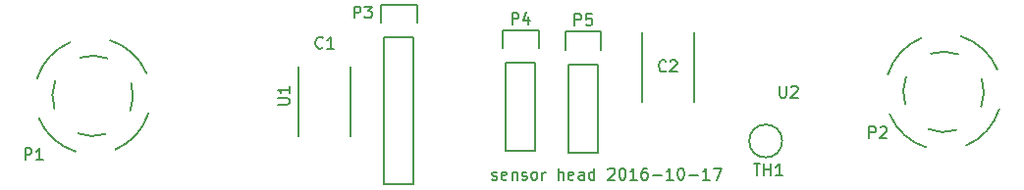
<source format=gbr>
G04 #@! TF.FileFunction,Legend,Top*
%FSLAX46Y46*%
G04 Gerber Fmt 4.6, Leading zero omitted, Abs format (unit mm)*
G04 Created by KiCad (PCBNEW 4.0.4-stable) date Monday, October 17, 2016 'PMt' 10:33:17 PM*
%MOMM*%
%LPD*%
G01*
G04 APERTURE LIST*
%ADD10C,0.100000*%
%ADD11C,0.200000*%
%ADD12C,0.150000*%
%ADD13C,1.797000*%
%ADD14R,1.800000X1.800000*%
%ADD15C,1.800000*%
%ADD16R,2.432000X2.127200*%
%ADD17O,2.432000X2.127200*%
%ADD18R,3.050000X1.300000*%
%ADD19R,3.600000X1.300000*%
%ADD20C,6.560000*%
G04 APERTURE END LIST*
D10*
D11*
X127442856Y-128204762D02*
X127538094Y-128252381D01*
X127728570Y-128252381D01*
X127823809Y-128204762D01*
X127871428Y-128109524D01*
X127871428Y-128061905D01*
X127823809Y-127966667D01*
X127728570Y-127919048D01*
X127585713Y-127919048D01*
X127490475Y-127871429D01*
X127442856Y-127776190D01*
X127442856Y-127728571D01*
X127490475Y-127633333D01*
X127585713Y-127585714D01*
X127728570Y-127585714D01*
X127823809Y-127633333D01*
X128680952Y-128204762D02*
X128585714Y-128252381D01*
X128395237Y-128252381D01*
X128299999Y-128204762D01*
X128252380Y-128109524D01*
X128252380Y-127728571D01*
X128299999Y-127633333D01*
X128395237Y-127585714D01*
X128585714Y-127585714D01*
X128680952Y-127633333D01*
X128728571Y-127728571D01*
X128728571Y-127823810D01*
X128252380Y-127919048D01*
X129157142Y-127585714D02*
X129157142Y-128252381D01*
X129157142Y-127680952D02*
X129204761Y-127633333D01*
X129299999Y-127585714D01*
X129442857Y-127585714D01*
X129538095Y-127633333D01*
X129585714Y-127728571D01*
X129585714Y-128252381D01*
X130014285Y-128204762D02*
X130109523Y-128252381D01*
X130299999Y-128252381D01*
X130395238Y-128204762D01*
X130442857Y-128109524D01*
X130442857Y-128061905D01*
X130395238Y-127966667D01*
X130299999Y-127919048D01*
X130157142Y-127919048D01*
X130061904Y-127871429D01*
X130014285Y-127776190D01*
X130014285Y-127728571D01*
X130061904Y-127633333D01*
X130157142Y-127585714D01*
X130299999Y-127585714D01*
X130395238Y-127633333D01*
X131014285Y-128252381D02*
X130919047Y-128204762D01*
X130871428Y-128157143D01*
X130823809Y-128061905D01*
X130823809Y-127776190D01*
X130871428Y-127680952D01*
X130919047Y-127633333D01*
X131014285Y-127585714D01*
X131157143Y-127585714D01*
X131252381Y-127633333D01*
X131300000Y-127680952D01*
X131347619Y-127776190D01*
X131347619Y-128061905D01*
X131300000Y-128157143D01*
X131252381Y-128204762D01*
X131157143Y-128252381D01*
X131014285Y-128252381D01*
X131776190Y-128252381D02*
X131776190Y-127585714D01*
X131776190Y-127776190D02*
X131823809Y-127680952D01*
X131871428Y-127633333D01*
X131966666Y-127585714D01*
X132061905Y-127585714D01*
X133157143Y-128252381D02*
X133157143Y-127252381D01*
X133585715Y-128252381D02*
X133585715Y-127728571D01*
X133538096Y-127633333D01*
X133442858Y-127585714D01*
X133300000Y-127585714D01*
X133204762Y-127633333D01*
X133157143Y-127680952D01*
X134442858Y-128204762D02*
X134347620Y-128252381D01*
X134157143Y-128252381D01*
X134061905Y-128204762D01*
X134014286Y-128109524D01*
X134014286Y-127728571D01*
X134061905Y-127633333D01*
X134157143Y-127585714D01*
X134347620Y-127585714D01*
X134442858Y-127633333D01*
X134490477Y-127728571D01*
X134490477Y-127823810D01*
X134014286Y-127919048D01*
X135347620Y-128252381D02*
X135347620Y-127728571D01*
X135300001Y-127633333D01*
X135204763Y-127585714D01*
X135014286Y-127585714D01*
X134919048Y-127633333D01*
X135347620Y-128204762D02*
X135252382Y-128252381D01*
X135014286Y-128252381D01*
X134919048Y-128204762D01*
X134871429Y-128109524D01*
X134871429Y-128014286D01*
X134919048Y-127919048D01*
X135014286Y-127871429D01*
X135252382Y-127871429D01*
X135347620Y-127823810D01*
X136252382Y-128252381D02*
X136252382Y-127252381D01*
X136252382Y-128204762D02*
X136157144Y-128252381D01*
X135966667Y-128252381D01*
X135871429Y-128204762D01*
X135823810Y-128157143D01*
X135776191Y-128061905D01*
X135776191Y-127776190D01*
X135823810Y-127680952D01*
X135871429Y-127633333D01*
X135966667Y-127585714D01*
X136157144Y-127585714D01*
X136252382Y-127633333D01*
X137442858Y-127347619D02*
X137490477Y-127300000D01*
X137585715Y-127252381D01*
X137823811Y-127252381D01*
X137919049Y-127300000D01*
X137966668Y-127347619D01*
X138014287Y-127442857D01*
X138014287Y-127538095D01*
X137966668Y-127680952D01*
X137395239Y-128252381D01*
X138014287Y-128252381D01*
X138633334Y-127252381D02*
X138728573Y-127252381D01*
X138823811Y-127300000D01*
X138871430Y-127347619D01*
X138919049Y-127442857D01*
X138966668Y-127633333D01*
X138966668Y-127871429D01*
X138919049Y-128061905D01*
X138871430Y-128157143D01*
X138823811Y-128204762D01*
X138728573Y-128252381D01*
X138633334Y-128252381D01*
X138538096Y-128204762D01*
X138490477Y-128157143D01*
X138442858Y-128061905D01*
X138395239Y-127871429D01*
X138395239Y-127633333D01*
X138442858Y-127442857D01*
X138490477Y-127347619D01*
X138538096Y-127300000D01*
X138633334Y-127252381D01*
X139919049Y-128252381D02*
X139347620Y-128252381D01*
X139633334Y-128252381D02*
X139633334Y-127252381D01*
X139538096Y-127395238D01*
X139442858Y-127490476D01*
X139347620Y-127538095D01*
X140776192Y-127252381D02*
X140585715Y-127252381D01*
X140490477Y-127300000D01*
X140442858Y-127347619D01*
X140347620Y-127490476D01*
X140300001Y-127680952D01*
X140300001Y-128061905D01*
X140347620Y-128157143D01*
X140395239Y-128204762D01*
X140490477Y-128252381D01*
X140680954Y-128252381D01*
X140776192Y-128204762D01*
X140823811Y-128157143D01*
X140871430Y-128061905D01*
X140871430Y-127823810D01*
X140823811Y-127728571D01*
X140776192Y-127680952D01*
X140680954Y-127633333D01*
X140490477Y-127633333D01*
X140395239Y-127680952D01*
X140347620Y-127728571D01*
X140300001Y-127823810D01*
X141300001Y-127871429D02*
X142061906Y-127871429D01*
X143061906Y-128252381D02*
X142490477Y-128252381D01*
X142776191Y-128252381D02*
X142776191Y-127252381D01*
X142680953Y-127395238D01*
X142585715Y-127490476D01*
X142490477Y-127538095D01*
X143680953Y-127252381D02*
X143776192Y-127252381D01*
X143871430Y-127300000D01*
X143919049Y-127347619D01*
X143966668Y-127442857D01*
X144014287Y-127633333D01*
X144014287Y-127871429D01*
X143966668Y-128061905D01*
X143919049Y-128157143D01*
X143871430Y-128204762D01*
X143776192Y-128252381D01*
X143680953Y-128252381D01*
X143585715Y-128204762D01*
X143538096Y-128157143D01*
X143490477Y-128061905D01*
X143442858Y-127871429D01*
X143442858Y-127633333D01*
X143490477Y-127442857D01*
X143538096Y-127347619D01*
X143585715Y-127300000D01*
X143680953Y-127252381D01*
X144442858Y-127871429D02*
X145204763Y-127871429D01*
X146204763Y-128252381D02*
X145633334Y-128252381D01*
X145919048Y-128252381D02*
X145919048Y-127252381D01*
X145823810Y-127395238D01*
X145728572Y-127490476D01*
X145633334Y-127538095D01*
X146538096Y-127252381D02*
X147204763Y-127252381D01*
X146776191Y-128252381D01*
D12*
X152449903Y-124900000D02*
G75*
G03X152449903Y-124900000I-1419903J0D01*
G01*
X115250000Y-118500000D02*
X115250000Y-124500000D01*
X110750000Y-124500000D02*
X110750000Y-118500000D01*
X120670000Y-115970000D02*
X120670000Y-128670000D01*
X120670000Y-128670000D02*
X118130000Y-128670000D01*
X118130000Y-128670000D02*
X118130000Y-115970000D01*
X120950000Y-113150000D02*
X120950000Y-114700000D01*
X120670000Y-115970000D02*
X118130000Y-115970000D01*
X117850000Y-114700000D02*
X117850000Y-113150000D01*
X117850000Y-113150000D02*
X120950000Y-113150000D01*
X128630000Y-118170000D02*
X128630000Y-125790000D01*
X131170000Y-118170000D02*
X131170000Y-125790000D01*
X131450000Y-115350000D02*
X131450000Y-116900000D01*
X128630000Y-125790000D02*
X131170000Y-125790000D01*
X131170000Y-118170000D02*
X128630000Y-118170000D01*
X128350000Y-116900000D02*
X128350000Y-115350000D01*
X128350000Y-115350000D02*
X131450000Y-115350000D01*
X140350000Y-121500000D02*
X140350000Y-115500000D01*
X144850000Y-115500000D02*
X144850000Y-121500000D01*
X134030000Y-118270000D02*
X134030000Y-125890000D01*
X136570000Y-118270000D02*
X136570000Y-125890000D01*
X136850000Y-115450000D02*
X136850000Y-117000000D01*
X134030000Y-125890000D02*
X136570000Y-125890000D01*
X136570000Y-118270000D02*
X134030000Y-118270000D01*
X133750000Y-117000000D02*
X133750000Y-115450000D01*
X133750000Y-115450000D02*
X136850000Y-115450000D01*
X163134987Y-119371450D02*
G75*
G03X163070000Y-121750000I3235013J-1278550D01*
G01*
X169605013Y-121928550D02*
G75*
G03X169670000Y-119550000I-3235013J1278550D01*
G01*
X165091450Y-123885013D02*
G75*
G03X167470000Y-123950000I1278550J3235013D01*
G01*
X167648550Y-117414987D02*
G75*
G03X165270000Y-117350000I-1278550J-3235013D01*
G01*
X161728806Y-122586314D02*
G75*
G03X164870000Y-125450000I4641194J1936314D01*
G01*
X164433686Y-116008806D02*
G75*
G03X161570000Y-119150000I1936314J-4641194D01*
G01*
X168306314Y-125291194D02*
G75*
G03X171170000Y-122150000I-1936314J4641194D01*
G01*
X171011194Y-118713686D02*
G75*
G03X167870000Y-115850000I-4641194J-1936314D01*
G01*
X89764987Y-119721450D02*
G75*
G03X89700000Y-122100000I3235013J-1278550D01*
G01*
X96235013Y-122278550D02*
G75*
G03X96300000Y-119900000I-3235013J1278550D01*
G01*
X91721450Y-124235013D02*
G75*
G03X94100000Y-124300000I1278550J3235013D01*
G01*
X94278550Y-117764987D02*
G75*
G03X91900000Y-117700000I-1278550J-3235013D01*
G01*
X88358806Y-122936314D02*
G75*
G03X91500000Y-125800000I4641194J1936314D01*
G01*
X91063686Y-116358806D02*
G75*
G03X88200000Y-119500000I1936314J-4641194D01*
G01*
X94936314Y-125641194D02*
G75*
G03X97800000Y-122500000I-1936314J4641194D01*
G01*
X97641194Y-119063686D02*
G75*
G03X94500000Y-116200000I-4641194J-1936314D01*
G01*
X149998286Y-126892381D02*
X150569715Y-126892381D01*
X150284000Y-127892381D02*
X150284000Y-126892381D01*
X150903048Y-127892381D02*
X150903048Y-126892381D01*
X150903048Y-127368571D02*
X151474477Y-127368571D01*
X151474477Y-127892381D02*
X151474477Y-126892381D01*
X152474477Y-127892381D02*
X151903048Y-127892381D01*
X152188762Y-127892381D02*
X152188762Y-126892381D01*
X152093524Y-127035238D01*
X151998286Y-127130476D01*
X151903048Y-127178095D01*
X112833334Y-116817143D02*
X112785715Y-116864762D01*
X112642858Y-116912381D01*
X112547620Y-116912381D01*
X112404762Y-116864762D01*
X112309524Y-116769524D01*
X112261905Y-116674286D01*
X112214286Y-116483810D01*
X112214286Y-116340952D01*
X112261905Y-116150476D01*
X112309524Y-116055238D01*
X112404762Y-115960000D01*
X112547620Y-115912381D01*
X112642858Y-115912381D01*
X112785715Y-115960000D01*
X112833334Y-116007619D01*
X113785715Y-116912381D02*
X113214286Y-116912381D01*
X113500000Y-116912381D02*
X113500000Y-115912381D01*
X113404762Y-116055238D01*
X113309524Y-116150476D01*
X113214286Y-116198095D01*
X115543105Y-114269781D02*
X115543105Y-113269781D01*
X115924058Y-113269781D01*
X116019296Y-113317400D01*
X116066915Y-113365019D01*
X116114534Y-113460257D01*
X116114534Y-113603114D01*
X116066915Y-113698352D01*
X116019296Y-113745971D01*
X115924058Y-113793590D01*
X115543105Y-113793590D01*
X116447867Y-113269781D02*
X117066915Y-113269781D01*
X116733581Y-113650733D01*
X116876439Y-113650733D01*
X116971677Y-113698352D01*
X117019296Y-113745971D01*
X117066915Y-113841210D01*
X117066915Y-114079305D01*
X117019296Y-114174543D01*
X116971677Y-114222162D01*
X116876439Y-114269781D01*
X116590724Y-114269781D01*
X116495486Y-114222162D01*
X116447867Y-114174543D01*
X129161905Y-114812381D02*
X129161905Y-113812381D01*
X129542858Y-113812381D01*
X129638096Y-113860000D01*
X129685715Y-113907619D01*
X129733334Y-114002857D01*
X129733334Y-114145714D01*
X129685715Y-114240952D01*
X129638096Y-114288571D01*
X129542858Y-114336190D01*
X129161905Y-114336190D01*
X130590477Y-114145714D02*
X130590477Y-114812381D01*
X130352381Y-113764762D02*
X130114286Y-114479048D01*
X130733334Y-114479048D01*
X142433334Y-118817143D02*
X142385715Y-118864762D01*
X142242858Y-118912381D01*
X142147620Y-118912381D01*
X142004762Y-118864762D01*
X141909524Y-118769524D01*
X141861905Y-118674286D01*
X141814286Y-118483810D01*
X141814286Y-118340952D01*
X141861905Y-118150476D01*
X141909524Y-118055238D01*
X142004762Y-117960000D01*
X142147620Y-117912381D01*
X142242858Y-117912381D01*
X142385715Y-117960000D01*
X142433334Y-118007619D01*
X142814286Y-118007619D02*
X142861905Y-117960000D01*
X142957143Y-117912381D01*
X143195239Y-117912381D01*
X143290477Y-117960000D01*
X143338096Y-118007619D01*
X143385715Y-118102857D01*
X143385715Y-118198095D01*
X143338096Y-118340952D01*
X142766667Y-118912381D01*
X143385715Y-118912381D01*
X134561905Y-114912381D02*
X134561905Y-113912381D01*
X134942858Y-113912381D01*
X135038096Y-113960000D01*
X135085715Y-114007619D01*
X135133334Y-114102857D01*
X135133334Y-114245714D01*
X135085715Y-114340952D01*
X135038096Y-114388571D01*
X134942858Y-114436190D01*
X134561905Y-114436190D01*
X136038096Y-113912381D02*
X135561905Y-113912381D01*
X135514286Y-114388571D01*
X135561905Y-114340952D01*
X135657143Y-114293333D01*
X135895239Y-114293333D01*
X135990477Y-114340952D01*
X136038096Y-114388571D01*
X136085715Y-114483810D01*
X136085715Y-114721905D01*
X136038096Y-114817143D01*
X135990477Y-114864762D01*
X135895239Y-114912381D01*
X135657143Y-114912381D01*
X135561905Y-114864762D01*
X135514286Y-114817143D01*
X152238095Y-120152381D02*
X152238095Y-120961905D01*
X152285714Y-121057143D01*
X152333333Y-121104762D01*
X152428571Y-121152381D01*
X152619048Y-121152381D01*
X152714286Y-121104762D01*
X152761905Y-121057143D01*
X152809524Y-120961905D01*
X152809524Y-120152381D01*
X153238095Y-120247619D02*
X153285714Y-120200000D01*
X153380952Y-120152381D01*
X153619048Y-120152381D01*
X153714286Y-120200000D01*
X153761905Y-120247619D01*
X153809524Y-120342857D01*
X153809524Y-120438095D01*
X153761905Y-120580952D01*
X153190476Y-121152381D01*
X153809524Y-121152381D01*
X108952381Y-121761905D02*
X109761905Y-121761905D01*
X109857143Y-121714286D01*
X109904762Y-121666667D01*
X109952381Y-121571429D01*
X109952381Y-121380952D01*
X109904762Y-121285714D01*
X109857143Y-121238095D01*
X109761905Y-121190476D01*
X108952381Y-121190476D01*
X109952381Y-120190476D02*
X109952381Y-120761905D01*
X109952381Y-120476191D02*
X108952381Y-120476191D01*
X109095238Y-120571429D01*
X109190476Y-120666667D01*
X109238095Y-120761905D01*
X159961905Y-124652381D02*
X159961905Y-123652381D01*
X160342858Y-123652381D01*
X160438096Y-123700000D01*
X160485715Y-123747619D01*
X160533334Y-123842857D01*
X160533334Y-123985714D01*
X160485715Y-124080952D01*
X160438096Y-124128571D01*
X160342858Y-124176190D01*
X159961905Y-124176190D01*
X160914286Y-123747619D02*
X160961905Y-123700000D01*
X161057143Y-123652381D01*
X161295239Y-123652381D01*
X161390477Y-123700000D01*
X161438096Y-123747619D01*
X161485715Y-123842857D01*
X161485715Y-123938095D01*
X161438096Y-124080952D01*
X160866667Y-124652381D01*
X161485715Y-124652381D01*
X87181905Y-126532381D02*
X87181905Y-125532381D01*
X87562858Y-125532381D01*
X87658096Y-125580000D01*
X87705715Y-125627619D01*
X87753334Y-125722857D01*
X87753334Y-125865714D01*
X87705715Y-125960952D01*
X87658096Y-126008571D01*
X87562858Y-126056190D01*
X87181905Y-126056190D01*
X88705715Y-126532381D02*
X88134286Y-126532381D01*
X88420000Y-126532381D02*
X88420000Y-125532381D01*
X88324762Y-125675238D01*
X88229524Y-125770476D01*
X88134286Y-125818095D01*
%LPC*%
D13*
X151030000Y-124900000D03*
X153570000Y-124900000D03*
D14*
X113000000Y-119000000D03*
D15*
X113000000Y-124000000D03*
D16*
X119400000Y-114700000D03*
D17*
X119400000Y-117240000D03*
X119400000Y-119780000D03*
X119400000Y-122320000D03*
X119400000Y-124860000D03*
X119400000Y-127400000D03*
D16*
X129900000Y-116900000D03*
D17*
X129900000Y-119440000D03*
X129900000Y-121980000D03*
X129900000Y-124520000D03*
D14*
X142600000Y-121000000D03*
D15*
X142600000Y-116000000D03*
D16*
X135300000Y-117000000D03*
D17*
X135300000Y-119540000D03*
X135300000Y-122080000D03*
X135300000Y-124620000D03*
D18*
X150150000Y-118800000D03*
D19*
X150425000Y-117550000D03*
D18*
X150150000Y-116250000D03*
X150150000Y-115000000D03*
X155900000Y-118800000D03*
X155900000Y-117550000D03*
X155900000Y-116250000D03*
X155900000Y-115000000D03*
D20*
X104900000Y-120900000D03*
D10*
G36*
X164370000Y-120952944D02*
X166067056Y-122650000D01*
X164370000Y-124347056D01*
X162672944Y-122650000D01*
X164370000Y-120952944D01*
X164370000Y-120952944D01*
G37*
G36*
X166672944Y-122650000D02*
X168370000Y-120952944D01*
X170067056Y-122650000D01*
X168370000Y-124347056D01*
X166672944Y-122650000D01*
X166672944Y-122650000D01*
G37*
G36*
X166067056Y-118650000D02*
X164370000Y-120347056D01*
X162672944Y-118650000D01*
X164370000Y-116952944D01*
X166067056Y-118650000D01*
X166067056Y-118650000D01*
G37*
G36*
X168370000Y-120347056D02*
X166672944Y-118650000D01*
X168370000Y-116952944D01*
X170067056Y-118650000D01*
X168370000Y-120347056D01*
X168370000Y-120347056D01*
G37*
G36*
X159570000Y-122850000D02*
X159570000Y-118450000D01*
X161970000Y-119450000D01*
X161970000Y-121850000D01*
X159570000Y-122850000D01*
X159570000Y-122850000D01*
G37*
G36*
X164170000Y-127450000D02*
X165170000Y-125050000D01*
X167570000Y-125050000D01*
X168570000Y-127450000D01*
X164170000Y-127450000D01*
X164170000Y-127450000D01*
G37*
G36*
X170770000Y-121850000D02*
X170770000Y-119450000D01*
X173170000Y-118450000D01*
X173170000Y-122850000D01*
X170770000Y-121850000D01*
X170770000Y-121850000D01*
G37*
G36*
X165170000Y-116250000D02*
X164170000Y-113850000D01*
X168570000Y-113850000D01*
X167570000Y-116250000D01*
X165170000Y-116250000D01*
X165170000Y-116250000D01*
G37*
G36*
X91000000Y-121302944D02*
X92697056Y-123000000D01*
X91000000Y-124697056D01*
X89302944Y-123000000D01*
X91000000Y-121302944D01*
X91000000Y-121302944D01*
G37*
G36*
X93302944Y-123000000D02*
X95000000Y-121302944D01*
X96697056Y-123000000D01*
X95000000Y-124697056D01*
X93302944Y-123000000D01*
X93302944Y-123000000D01*
G37*
G36*
X92697056Y-119000000D02*
X91000000Y-120697056D01*
X89302944Y-119000000D01*
X91000000Y-117302944D01*
X92697056Y-119000000D01*
X92697056Y-119000000D01*
G37*
G36*
X95000000Y-120697056D02*
X93302944Y-119000000D01*
X95000000Y-117302944D01*
X96697056Y-119000000D01*
X95000000Y-120697056D01*
X95000000Y-120697056D01*
G37*
G36*
X86200000Y-123200000D02*
X86200000Y-118800000D01*
X88600000Y-119800000D01*
X88600000Y-122200000D01*
X86200000Y-123200000D01*
X86200000Y-123200000D01*
G37*
G36*
X90800000Y-127800000D02*
X91800000Y-125400000D01*
X94200000Y-125400000D01*
X95200000Y-127800000D01*
X90800000Y-127800000D01*
X90800000Y-127800000D01*
G37*
G36*
X97400000Y-122200000D02*
X97400000Y-119800000D01*
X99800000Y-118800000D01*
X99800000Y-123200000D01*
X97400000Y-122200000D01*
X97400000Y-122200000D01*
G37*
G36*
X91800000Y-116600000D02*
X90800000Y-114200000D01*
X95200000Y-114200000D01*
X94200000Y-116600000D01*
X91800000Y-116600000D01*
X91800000Y-116600000D01*
G37*
M02*

</source>
